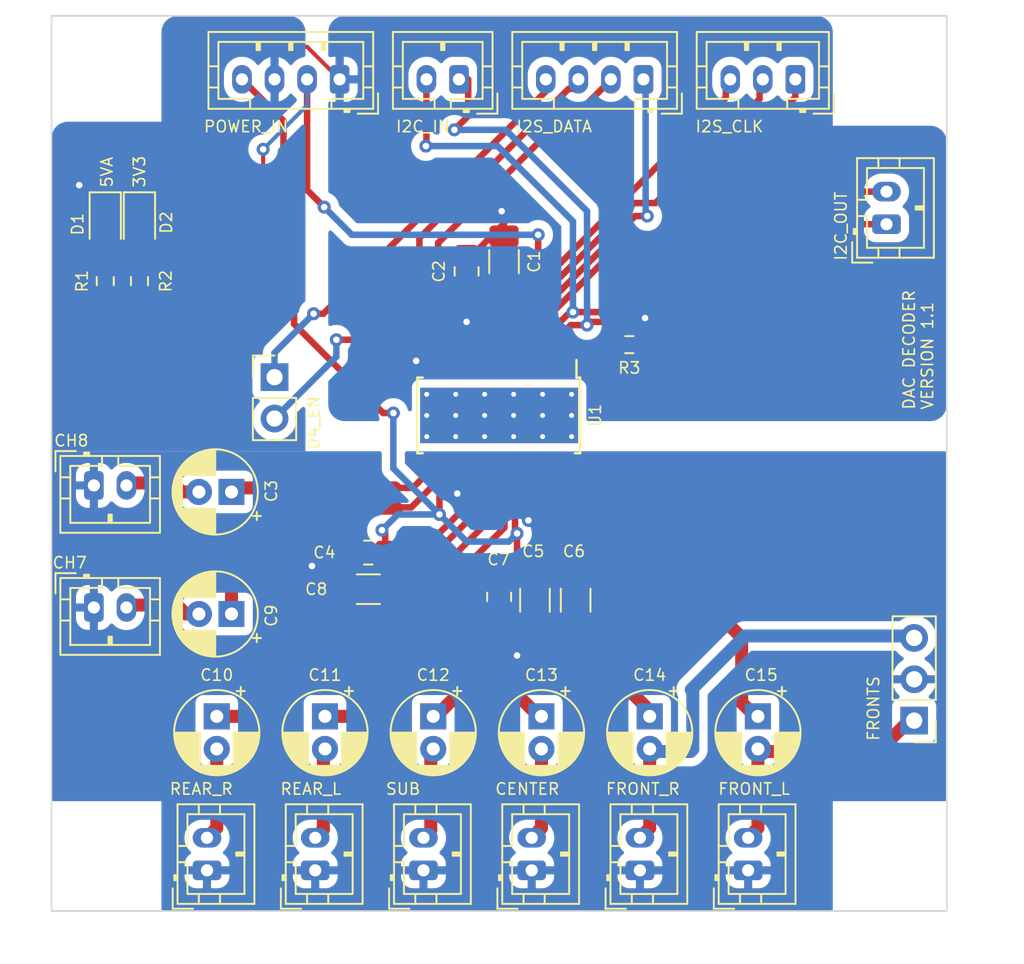
<source format=kicad_pcb>
(kicad_pcb (version 20221018) (generator pcbnew)
  (layers (0 "F.Cu" signal) (31 "B.Cu" signal) (34 "B.Paste" user) (35 "F.Paste" user) (36 "B.SilkS" user "B.Silkscreen") (37 "F.SilkS" user "F.Silkscreen") (38 "B.Mask" user) (39 "F.Mask" user) (44 "Edge.Cuts" user))
  (net 0 "")
  (net 1 "3V3")
  (net 2 "SDA")
  (net 3 "PCMCLK")
  (net 4 "BCLK")
  (net 5 "WCLK")
  (net 6 "I2S_D1")
  (net 7 "I2S_D2")
  (net 8 "I2S_D3")
  (net 9 "5VA")
  (net 10 "GND")
  (net 11 "AGND")
  (net 12 "ADDR")
  (net 13 "ZERO1")
  (net 14 "SCL")
  (net 15 "ZERO2")
  (net 16 "PAD")
  (net 17 "VOUT1")
  (net 18 "LEFT_FRONT")
  (net 19 "VOUT2")
  (net 20 "RIGHT_FRONT")
  (net 21 "VOUT3")
  (net 22 "LEFT_REAR")
  (net 23 "VOUT4")
  (net 24 "RIGHT_REAR")
  (net 25 "VOUT6")
  (net 26 "VOUT5")
  (net 27 "CENTER")
  (net 28 "SUBW")
  (net 29 "VOUT7")
  (net 30 "VOUT8")
  (net 31 "Net-(U1-VCOM)")
  (net 32 "CH7")
  (net 33 "CH8")
  (net 34 "I2S_D4")
  (net 35 "Net-(D1-A)")
  (net 36 "Net-(D2-A)")
  (net 37 "I2S_D4_IN")
  (footprint "LED_SMD:LED_0805_2012Metric_Pad1.15x1.40mm_HandSolder" (layer "F.Cu") (at 162.2 56.2 -90)
    (fp_text reference "D2" (at 0 -1.65 -270 unlocked) (layer "F.SilkS") (effects (font (size 0.7 0.7) (thickness 0.1))))
    (fp_text value "YELLOW")
    (pad "1" smd roundrect (at -1.025 0 270) (size 1.15 1.4) (layers "F.Cu" "F.Paste" "F.Mask") (roundrect_rratio 0.2173913043) (net 10 "GND"))
    (pad "2" smd roundrect (at 1.025 0 270) (size 1.15 1.4) (layers "F.Cu" "F.Paste" "F.Mask") (roundrect_rratio 0.2173913043) (net 36 "Net-(D2-A)"))
  )
  (footprint "Connector_JST:JST_PH_B2B-PH-K_1x02_P2.00mm_Vertical" (layer "F.Cu") (at 192.95 96 90)
    (fp_text reference "J14" hide)
    (fp_text value "Conn_01x02_Male")
    (pad "1" thru_hole roundrect (at 0 0 90) (size 1.2 1.75) (drill 0.75) (layers "*.Cu" "*.Mask") (roundrect_rratio 0.2083333333) (net 11 "AGND"))
    (pad "2" thru_hole oval (at 2 0 90) (size 1.2 1.75) (drill 0.75) (layers "*.Cu" "*.Mask") (net 20 "RIGHT_FRONT"))
  )
  (footprint "LED_SMD:LED_0805_2012Metric_Pad1.15x1.40mm_HandSolder" (layer "F.Cu") (at 160.1 56.2 -90)
    (fp_text reference "D1" (at 0.1 1.7 -270 unlocked) (layer "F.SilkS") (effects (font (size 0.7 0.7) (thickness 0.1))))
    (fp_text value "YELLOW")
    (pad "1" smd roundrect (at -1.025 0 270) (size 1.15 1.4) (layers "F.Cu" "F.Paste" "F.Mask") (roundrect_rratio 0.2173913043) (net 11 "AGND"))
    (pad "2" smd roundrect (at 1.025 0 270) (size 1.15 1.4) (layers "F.Cu" "F.Paste" "F.Mask") (roundrect_rratio 0.2173913043) (net 35 "Net-(D1-A)"))
  )
  (footprint "Capacitor_SMD:C_0805_2012Metric_Pad1.18x1.45mm_HandSolder" (layer "F.Cu") (at 176.2625 76.475 180)
    (fp_text reference "C4" (at 2.7 0 unlocked) (layer "F.SilkS") (effects (font (size 0.7 0.7) (thickness 0.1))))
    (fp_text value "100N")
    (pad "1" smd roundrect (at -1.0375 0 180) (size 1.175 1.45) (layers "F.Cu" "F.Paste" "F.Mask") (roundrect_rratio 0.2127659574) (net 9 "5VA"))
    (pad "2" smd roundrect (at 1.0375 0 180) (size 1.175 1.45) (layers "F.Cu" "F.Paste" "F.Mask") (roundrect_rratio 0.2127659574) (net 11 "AGND"))
  )
  (footprint "Capacitor_SMD:C_1206_3216Metric_Pad1.33x1.80mm_HandSolder" (layer "F.Cu") (at 176.2625 78.725 180)
    (fp_text reference "C8" (at 3.2 0 unlocked) (layer "F.SilkS") (effects (font (size 0.7 0.7) (thickness 0.1))))
    (fp_text value "10U")
    (pad "1" smd roundrect (at -1.5625 0 180) (size 1.325 1.8) (layers "F.Cu" "F.Paste" "F.Mask") (roundrect_rratio 0.1886792453) (net 9 "5VA"))
    (pad "2" smd roundrect (at 1.5625 0 180) (size 1.325 1.8) (layers "F.Cu" "F.Paste" "F.Mask") (roundrect_rratio 0.1886792453) (net 11 "AGND"))
  )
  (footprint "Connector_JST:JST_PH_B2B-PH-K_1x02_P2.00mm_Vertical" (layer "F.Cu") (at 208.1 56.3 90)
    (fp_text reference "J5" hide)
    (fp_text value "Conn_01x02_Male")
    (pad "1" thru_hole roundrect (at 0 0 90) (size 1.2 1.75) (drill 0.75) (layers "*.Cu" "*.Mask") (roundrect_rratio 0.2083333333) (net 14 "SCL"))
    (pad "2" thru_hole oval (at 2 0 90) (size 1.2 1.75) (drill 0.75) (layers "*.Cu" "*.Mask") (net 2 "SDA"))
  )
  (footprint "Connector_JST:JST_PH_B2B-PH-K_1x02_P2.00mm_Vertical" (layer "F.Cu") (at 159.4 79.85)
    (fp_text reference "J8" hide)
    (fp_text value "Conn_01x02_Male")
    (pad "1" thru_hole roundrect (at 0 0) (size 1.2 1.75) (drill 0.75) (layers "*.Cu" "*.Mask") (roundrect_rratio 0.2083333333) (net 11 "AGND"))
    (pad "2" thru_hole oval (at 2 0) (size 1.2 1.75) (drill 0.75) (layers "*.Cu" "*.Mask") (net 32 "CH7"))
  )
  (footprint "Connector_JST:JST_PH_B4B-PH-K_1x04_P2.00mm_Vertical" (layer "F.Cu") (at 193.166666 47.4 180)
    (fp_text reference "J3" hide)
    (fp_text value "Conn_01x04_Male")
    (pad "1" thru_hole roundrect (at 0 0 180) (size 1.2 1.75) (drill 0.75) (layers "*.Cu" "*.Mask") (roundrect_rratio 0.2083333333) (net 6 "I2S_D1"))
    (pad "2" thru_hole oval (at 2 0 180) (size 1.2 1.75) (drill 0.75) (layers "*.Cu" "*.Mask") (net 7 "I2S_D2"))
    (pad "3" thru_hole oval (at 4 0 180) (size 1.2 1.75) (drill 0.75) (layers "*.Cu" "*.Mask") (net 8 "I2S_D3"))
    (pad "4" thru_hole oval (at 6 0 180) (size 1.2 1.75) (drill 0.75) (layers "*.Cu" "*.Mask") (net 37 "I2S_D4_IN"))
  )
  (footprint "Resistor_SMD:R_0603_1608Metric_Pad0.98x0.95mm_HandSolder" (layer "F.Cu") (at 192.3 63.7 180)
    (fp_text reference "R3" (at 0 -1.43 unlocked) (layer "F.SilkS") (effects (font (size 0.7 0.7) (thickness 0.1))))
    (fp_text value "4.7K")
    (pad "1" smd roundrect (at -0.9125 0 180) (size 0.975 0.95) (layers "F.Cu" "F.Paste" "F.Mask") (net 10 "GND"))
    (pad "2" smd roundrect (at 0.9125 0 180) (size 0.975 0.95) (layers "F.Cu" "F.Paste" "F.Mask") (net 12 "ADDR"))
  )
  (footprint "Connector_JST:JST_PH_B2B-PH-K_1x02_P2.00mm_Vertical" (layer "F.Cu") (at 159.4 72.35)
    (fp_text reference "J7" hide)
    (fp_text value "Conn_01x02_Male")
    (pad "1" thru_hole roundrect (at 0 0) (size 1.2 1.75) (drill 0.75) (layers "*.Cu" "*.Mask") (roundrect_rratio 0.2083333333) (net 11 "AGND"))
    (pad "2" thru_hole oval (at 2 0) (size 1.2 1.75) (drill 0.75) (layers "*.Cu" "*.Mask") (net 33 "CH8"))
  )
  (footprint "Capacitor_THT:CP_Radial_D5.0mm_P2.00mm" (layer "F.Cu") (at 186.9 86.539888 -90)
    (fp_text reference "C13" (at -2.539888 0 unlocked) (layer "F.SilkS") (effects (font (size 0.7 0.7) (thickness 0.1))))
    (fp_text value "10U")
    (pad "1" thru_hole rect (at 0 0 270) (size 1.6 1.6) (drill 0.8) (layers "*.Cu" "*.Mask") (net 21 "VOUT3"))
    (pad "2" thru_hole circle (at 2 0 270) (size 1.6 1.6) (drill 0.8) (layers "*.Cu" "*.Mask") (net 22 "LEFT_REAR"))
  )
  (footprint "Connector_JST:JST_PH_B2B-PH-K_1x02_P2.00mm_Vertical" (layer "F.Cu") (at 199.6 96 90)
    (fp_text reference "J15" hide)
    (fp_text value "Conn_01x02_Male")
    (pad "1" thru_hole roundrect (at 0 0 90) (size 1.2 1.75) (drill 0.75) (layers "*.Cu" "*.Mask") (roundrect_rratio 0.2083333333) (net 11 "AGND"))
    (pad "2" thru_hole oval (at 2 0 90) (size 1.2 1.75) (drill 0.75) (layers "*.Cu" "*.Mask") (net 18 "LEFT_FRONT"))
  )
  (footprint "Capacitor_SMD:C_0805_2012Metric_Pad1.18x1.45mm_HandSolder" (layer "F.Cu") (at 184.3 79.2 -90)
    (fp_text reference "C7" (at -2.3 0.0375 unlocked) (layer "F.SilkS") (effects (font (size 0.7 0.7) (thickness 0.1))))
    (fp_text value "100N")
    (pad "1" smd roundrect (at -1.0375 0 270) (size 1.175 1.45) (layers "F.Cu" "F.Paste" "F.Mask") (roundrect_rratio 0.2127659574) (net 9 "5VA"))
    (pad "2" smd roundrect (at 1.0375 0 270) (size 1.175 1.45) (layers "F.Cu" "F.Paste" "F.Mask") (roundrect_rratio 0.2127659574) (net 11 "AGND"))
  )
  (footprint "Capacitor_THT:CP_Radial_D5.0mm_P2.00mm" (layer "F.Cu") (at 173.6 86.539888 -90)
    (fp_text reference "C11" (at -2.539888 0 unlocked) (layer "F.SilkS") (effects (font (size 0.7 0.7) (thickness 0.1))))
    (fp_text value "10U")
    (pad "1" thru_hole rect (at 0 0 270) (size 1.6 1.6) (drill 0.8) (layers "*.Cu" "*.Mask") (net 26 "VOUT5"))
    (pad "2" thru_hole circle (at 2 0 270) (size 1.6 1.6) (drill 0.8) (layers "*.Cu" "*.Mask") (net 27 "CENTER"))
  )
  (footprint "Connector_JST:JST_PH_B2B-PH-K_1x02_P2.00mm_Vertical" (layer "F.Cu") (at 173 96 90)
    (fp_text reference "J11" hide)
    (fp_text value "Conn_01x02_Male")
    (pad "1" thru_hole roundrect (at 0 0 90) (size 1.2 1.75) (drill 0.75) (layers "*.Cu" "*.Mask") (roundrect_rratio 0.2083333333) (net 11 "AGND"))
    (pad "2" thru_hole oval (at 2 0 90) (size 1.2 1.75) (drill 0.75) (layers "*.Cu" "*.Mask") (net 27 "CENTER"))
  )
  (footprint "Package_SO:HTSSOP-28-1EP_4.4x9.7mm_P0.65mm_EP3.4x9.5mm_Mask2.4x6.17mm_ThermalVias" (layer "F.Cu") (at 184.3 68.05 -90)
    (fp_text reference "U1" (at 0 -5.9 90 unlocked) (layer "F.SilkS") (effects (font (size 0.7 0.7) (thickness 0.1))))
    (fp_text value "PCM1681")
    (pad "1" smd rect (at -2.85 -4.225 270) (size 1.1 0.4) (layers "F.Cu" "F.Paste" "F.Mask") (net 13 "ZERO1"))
    (pad "2" smd rect (at -2.85 -3.575 270) (size 1.1 0.4) (layers "F.Cu" "F.Paste" "F.Mask") (net 12 "ADDR"))
    (pad "3" smd rect (at -2.85 -2.925 270) (size 1.1 0.4) (layers "F.Cu" "F.Paste" "F.Mask") (net 14 "SCL"))
    (pad "4" smd rect (at -2.85 -2.275 270) (size 1.1 0.4) (layers "F.Cu" "F.Paste" "F.Mask") (net 2 "SDA"))
    (pad "5" smd rect (at -2.85 -1.625 270) (size 1.1 0.4) (layers "F.Cu" "F.Paste" "F.Mask") (net 3 "PCMCLK"))
    (pad "6" smd rect (at -2.85 -0.975 270) (size 1.1 0.4) (layers "F.Cu" "F.Paste" "F.Mask") (net 6 "I2S_D1"))
    (pad "7" smd rect (at -2.85 -0.325 270) (size 1.1 0.4) (layers "F.Cu" "F.Paste" "F.Mask") (net 4 "BCLK"))
    (pad "8" smd rect (at -2.85 0.325 270) (size 1.1 0.4) (layers "F.Cu" "F.Paste" "F.Mask") (net 5 "WCLK"))
    (pad "9" smd rect (at -2.85 0.975 270) (size 1.1 0.4) (layers "F.Cu" "F.Paste" "F.Mask") (net 1 "3V3"))
    (pad "10" smd rect (at -2.85 1.625 270) (size 1.1 0.4) (layers "F.Cu" "F.Paste" "F.Mask") (net 10 "GND"))
    (pad "11" smd rect (at -2.85 2.275 270) (size 1.1 0.4) (layers "F.Cu" "F.Paste" "F.Mask") (net 7 "I2S_D2"))
    (pad "12" smd rect (at -2.85 2.925 270) (size 1.1 0.4) (layers "F.Cu" "F.Paste" "F.Mask") (net 8 "I2S_D3"))
    (pad "13" smd rect (at -2.85 3.575 270) (size 1.1 0.4) (layers "F.Cu" "F.Paste" "F.Mask") (net 34 "I2S_D4"))
    (pad "14" smd rect (at -2.85 4.225 270) (size 1.1 0.4) (layers "F.Cu" "F.Paste" "F.Mask") (net 10 "GND"))
    (pad "15" smd rect (at 2.85 4.225 270) (size 1.1 0.4) (layers "F.Cu" "F.Paste" "F.Mask") (net 30 "VOUT8"))
    (pad "16" smd rect (at 2.85 3.575 270) (size 1.1 0.4) (layers "F.Cu" "F.Paste" "F.Mask") (net 29 "VOUT7"))
    (pad "17" smd rect (at 2.85 2.925 270) (size 1.1 0.4) (layers "F.Cu" "F.Paste" "F.Mask") (net 9 "5VA"))
    (pad "18" smd rect (at 2.85 2.275 270) (size 1.1 0.4) (layers "F.Cu" "F.Paste" "F.Mask") (net 11 "AGND"))
    (pad "19" smd rect (at 2.85 1.625 270) (size 1.1 0.4) (layers "F.Cu" "F.Paste" "F.Mask") (net 25 "VOUT6"))
    (pad "20" smd rect (at 2.85 0.975 270) (size 1.1 0.4) (layers "F.Cu" "F.Paste" "F.Mask") (net 26 "VOUT5"))
    (pad "21" smd rect (at 2.85 0.325 270) (size 1.1 0.4) (layers "F.Cu" "F.Paste" "F.Mask") (net 23 "VOUT4"))
    (pad "22" smd rect (at 2.85 -0.325 270) (size 1.1 0.4) (layers "F.Cu" "F.Paste" "F.Mask") (net 21 "VOUT3"))
    (pad "23" smd rect (at 2.85 -0.975 270) (size 1.1 0.4) (layers "F.Cu" "F.Paste" "F.Mask") (net 9 "5VA"))
    (pad "24" smd rect (at 2.85 -1.625 270) (size 1.1 0.4) (layers "F.Cu" "F.Paste" "F.Mask") (net 11 "AGND"))
    (pad "25" smd rect (at 2.85 -2.275 270) (size 1.1 0.4) (layers "F.Cu" "F.Paste" "F.Mask") (net 31 "Net-(U1-VCOM)"))
    (pad "26" smd rect (at 2.85 -2.925 270) (size 1.1 0.4) (layers "F.Cu" "F.Paste" "F.Mask") (net 19 "VOUT2"))
    (pad "27" smd rect (at 2.85 -3.575 270) (size 1.1 0.4) (layers "F.Cu" "F.Paste" "F.Mask") (net 17 "VOUT1"))
    (pad "28" smd rect (at 2.85 -4.225 270) (size 1.1 0.4) (layers "F.Cu" "F.Paste" "F.Mask") (net 15 "ZERO2"))
    (pad "29" thru_hole circle (at -1.3 -4.45 270) (size 0.6 0.6) (drill 0.3) (layers "*.Cu") (net 16 "PAD"))
    (pad "29" thru_hole circle (at -1.3 -2.67 270) (size 0.6 0.6) (drill 0.3) (layers "*.Cu") (net 16 "PAD"))
    (pad "29" thru_hole circle (at -1.3 -0.89 270) (size 0.6 0.6) (drill 0.3) (layers "*.Cu") (net 16 "PAD"))
    (pad "29" thru_hole circle (at -1.3 0.89 270) (size 0.6 0.6) (drill 0.3) (layers "*.Cu") (net 16 "PAD"))
    (pad "29" thru_hole circle (at -1.3 2.67 270) (size 0.6 0.6) (drill 0.3) (layers "*.Cu") (net 16 "PAD"))
    (pad "29" thru_hole circle (at -1.3 4.45 270) (size 0.6 0.6) (drill 0.3) (layers "*.Cu") (net 16 "PAD"))
    (pad "29" thru_hole circle (at 0 -4.45 270) (size 0.6 0.6) (drill 0.3) (layers "*.Cu") (net 16 "PAD"))
    (pad "29" thru_hole circle (at 0 -2.67 270) (size 0.6 0.6) (drill 0.3) (layers "*.Cu") (net 16 "PAD"))
    (pad "29" thru_hole circle (at 0 -0.89 270) (size 0.6 0.6) (drill 0.3) (layers "*.Cu") (net 16 "PAD"))
    (pad "29" smd rect (at 0 0 270) (size 3.4 9.7) (layers "F.Cu") (net 16 "PAD"))
    (pad "29" smd rect (at 0 0 270) (size 3.4 9.7) (layers "B.Cu") (net 16 "PAD"))
    (pad "29" thru_hole circle (at 0 0.89 270) (size 0.6 0.6) (drill 0.3) (layers "*.Cu") (net 16 "PAD"))
    (pad "29" thru_hole circle (at 0 2.67 270) (size 0.6 0.6) (drill 0.3) (layers "*.Cu") (net 16 "PAD"))
    (pad "29" thru_hole circle (at 0 4.45 270) (size 0.6 0.6) (drill 0.3) (layers "*.Cu") (net 16 "PAD"))
    (pad "29" thru_hole circle (at 1.3 -4.45 270) (size 0.6 0.6) (drill 0.3) (layers "*.Cu") (net 16 "PAD"))
    (pad "29" thru_hole circle (at 1.3 -2.67 270) (size 0.6 0.6) (drill 0.3) (layers "*.Cu") (net 16 "PAD"))
    (pad "29" thru_hole circle (at 1.3 -0.89 270) (size 0.6 0.6) (drill 0.3) (layers "*.Cu") (net 16 "PAD"))
    (pad "29" thru_hole circle (at 1.3 0.89 270) (size 0.6 0.6) (drill 0.3) (layers "*.Cu") (net 16 "PAD"))
    (pad "29" thru_hole circle (at 1.3 2.67 270) (size 0.6 0.6) (drill 0.3) (layers "*.Cu") (net 16 "PAD"))
    (pad "29" thru_hole circle (at 1.3 4.45 270) (size 0.6 0.6) (drill 0.3) (layers "*.Cu") (net 16 "PAD"))
  )
  (footprint "Capacitor_SMD:C_1206_3216Metric_Pad1.33x1.80mm_HandSolder" (layer "F.Cu") (at 189 79.4 90)
    (fp_text reference "C6" (at 3 -0.1 unlocked) (layer "F.SilkS") (effects (font (size 0.7 0.7) (thickness 0.1))))
    (fp_text value "10U")
    (pad "1" smd roundrect (at -1.5625 0 90) (size 1.325 1.8) (layers "F.Cu" "F.Paste" "F.Mask") (roundrect_rratio 0.1886792453) (net 11 "AGND"))
    (pad "2" smd roundrect (at 1.5625 0 90) (size 1.325 1.8) (layers "F.Cu" "F.Paste" "F.Mask") (roundrect_rratio 0.1886792453) (net 31 "Net-(U1-VCOM)"))
  )
  (footprint "Capacitor_THT:CP_Radial_D5.0mm_P2.00mm" (layer "F.Cu") (at 166.95 86.539888 -90)
    (fp_text reference "C10" (at -2.539888 0 unlocked) (layer "F.SilkS") (effects (font (size 0.7 0.7) (thickness 0.1))))
    (fp_text value "10U")
    (pad "1" thru_hole rect (at 0 0 270) (size 1.6 1.6) (drill 0.8) (layers "*.Cu" "*.Mask") (net 25 "VOUT6"))
    (pad "2" thru_hole circle (at 2 0 270) (size 1.6 1.6) (drill 0.8) (layers "*.Cu" "*.Mask") (net 28 "SUBW"))
  )
  (footprint "Capacitor_SMD:C_0805_2012Metric_Pad1.18x1.45mm_HandSolder" (layer "F.Cu") (at 182.3 59.2 -90)
    (fp_text reference "C2" (at 0 1.7 90 unlocked) (layer "F.SilkS") (effects (font (size 0.7 0.7) (thickness 0.1))))
    (fp_text value "100N")
    (pad "1" smd roundrect (at -1.0375 0 270) (size 1.175 1.45) (layers "F.Cu" "F.Paste" "F.Mask") (roundrect_rratio 0.2127659574) (net 10 "GND"))
    (pad "2" smd roundrect (at 1.0375 0 270) (size 1.175 1.45) (layers "F.Cu" "F.Paste" "F.Mask") (roundrect_rratio 0.2127659574) (net 1 "3V3"))
  )
  (footprint "Connector_JST:JST_PH_B4B-PH-K_1x04_P2.00mm_Vertical" (layer "F.Cu") (at 174.5 47.4 180)
    (fp_text reference "J1" hide)
    (fp_text value "Conn_01x04_Male")
    (pad "1" thru_hole roundrect (at 0 0 180) (size 1.2 1.75) (drill 0.75) (layers "*.Cu" "*.Mask") (roundrect_rratio 0.2083333333) (net 10 "GND"))
    (pad "2" thru_hole oval (at 2 0 180) (size 1.2 1.75) (drill 0.75) (layers "*.Cu" "*.Mask") (net 1 "3V3"))
    (pad "3" thru_hole oval (at 4 0 180) (size 1.2 1.75) (drill 0.75) (layers "*.Cu" "*.Mask") (net 11 "AGND"))
    (pad "4" thru_hole oval (at 6 0 180) (size 1.2 1.75) (drill 0.75) (layers "*.Cu" "*.Mask") (net 9 "5VA"))
  )
  (footprint "Capacitor_THT:CP_Radial_D5.0mm_P2.00mm" (layer "F.Cu") (at 200.2 86.539888 -90)
    (fp_text reference "C15" (at -2.539888 -0.2 unlocked) (layer "F.SilkS") (effects (font (size 0.7 0.7) (thickness 0.1))))
    (fp_text value "10U")
    (pad "1" thru_hole rect (at 0 0 270) (size 1.6 1.6) (drill 0.8) (layers "*.Cu" "*.Mask") (net 17 "VOUT1"))
    (pad "2" thru_hole circle (at 2 0 270) (size 1.6 1.6) (drill 0.8) (layers "*.Cu" "*.Mask") (net 18 "LEFT_FRONT"))
  )
  (footprint "Connector_PinHeader_2.54mm:PinHeader_1x03_P2.54mm_Vertical" (layer "F.Cu") (at 209.8 86.8 180)
    (fp_text reference "J9" hide)
    (fp_text value "Conn_01x03_Male")
    (pad "1" thru_hole rect (at 0 0 180) (size 1.7 1.7) (drill 1) (layers "*.Cu" "*.Mask") (net 18 "LEFT_FRONT"))
    (pad "2" thru_hole oval (at 0 2.54 180) (size 1.7 1.7) (drill 1) (layers "*.Cu" "*.Mask") (net 11 "AGND"))
    (pad "3" thru_hole oval (at 0 5.08 180) (size 1.7 1.7) (drill 1) (layers "*.Cu" "*.Mask") (net 20 "RIGHT_FRONT"))
  )
  (footprint "Connector_JST:JST_PH_B2B-PH-K_1x02_P2.00mm_Vertical" (layer "F.Cu") (at 179.65 96 90)
    (fp_text reference "J12" hide)
    (fp_text value "Conn_01x02_Male")
    (pad "1" thru_hole roundrect (at 0 0 90) (size 1.2 1.75) (drill 0.75) (layers "*.Cu" "*.Mask") (roundrect_rratio 0.2083333333) (net 11 "AGND"))
    (pad "2" thru_hole oval (at 2 0 90) (size 1.2 1.75) (drill 0.75) (layers "*.Cu" "*.Mask") (net 24 "RIGHT_REAR"))
  )
  (footprint "Capacitor_SMD:C_1206_3216Metric_Pad1.33x1.80mm_HandSolder" (layer "F.Cu") (at 186.5 79.4 -90)
    (fp_text reference "C5" (at -3 0.1 unlocked) (layer "F.SilkS") (effects (font (size 0.7 0.7) (thickness 0.1))))
    (fp_text value "10U")
    (pad "1" smd roundrect (at -1.5625 0 270) (size 1.325 1.8) (layers "F.Cu" "F.Paste" "F.Mask") (roundrect_rratio 0.1886792453) (net 9 "5VA"))
    (pad "2" smd roundrect (at 1.5625 0 270) (size 1.325 1.8) (layers "F.Cu" "F.Paste" "F.Mask") (roundrect_rratio 0.1886792453) (net 11 "AGND"))
  )
  (footprint "MountingHole:MountingHole_3.2mm_M3" (layer "F.Cu") (at 209.3 96)
    (fp_text reference "H4" hide)
    (fp_text value "MountingHole")
    (pad "" np_thru_hole circle (at 0 0) (size 3.2 3.2) (drill 3.2) (layers "*.Cu" "*.Mask"))
  )
  (footprint "Capacitor_THT:CP_Radial_D5.0mm_P2.00mm" (layer "F.Cu") (at 167.855113 72.75 180)
    (fp_text reference "C3" (at -2.444887 0.05 90 unlocked) (layer "F.SilkS") (effects (font (size 0.7 0.7) (thickness 0.1))))
    (fp_text value "10U")
    (pad "1" thru_hole rect (at 0 0 180) (size 1.6 1.6) (drill 0.8) (layers "*.Cu" "*.Mask") (net 30 "VOUT8"))
    (pad "2" thru_hole circle (at 2 0 180) (size 1.6 1.6) (drill 0.8) (layers "*.Cu" "*.Mask") (net 33 "CH8"))
  )
  (footprint "Capacitor_THT:CP_Radial_D5.0mm_P2.00mm" (layer "F.Cu") (at 167.855113 80.25 180)
    (fp_text reference "C9" (at -2.444887 -0.1 90 unlocked) (layer "F.SilkS") (effects (font (size 0.7 0.7) (thickness 0.1))))
    (fp_text value "10U")
    (pad "1" thru_hole rect (at 0 0 180) (size 1.6 1.6) (drill 0.8) (layers "*.Cu" "*.Mask") (net 29 "VOUT7"))
    (pad "2" thru_hole circle (at 2 0 180) (size 1.6 1.6) (drill 0.8) (layers "*.Cu" "*.Mask") (net 32 "CH7"))
  )
  (footprint "Connector_JST:JST_PH_B3B-PH-K_1x03_P2.00mm_Vertical" (layer "F.Cu") (at 202.5 47.4 180)
    (fp_text reference "J4" hide)
    (fp_text value "Conn_01x03_Male")
    (pad "1" thru_hole roundrect (at 0 0 180) (size 1.2 1.75) (drill 0.75) (layers "*.Cu" "*.Mask") (roundrect_rratio 0.2083333333) (net 3 "PCMCLK"))
    (pad "2" thru_hole oval (at 2 0 180) (size 1.2 1.75) (drill 0.75) (layers "*.Cu" "*.Mask") (net 4 "BCLK"))
    (pad "3" thru_hole oval (at 4 0 180) (size 1.2 1.75) (drill 0.75) (layers "*.Cu" "*.Mask") (net 5 "WCLK"))
  )
  (footprint "Capacitor_THT:CP_Radial_D5.0mm_P2.00mm" (layer "F.Cu") (at 193.55 86.539888 -90)
    (fp_text reference "C14" (at -2.539888 0 unlocked) (layer "F.SilkS") (effects (font (size 0.7 0.7) (thickness 0.1))))
    (fp_text value "10U")
    (pad "1" thru_hole rect (at 0 0 270) (size 1.6 1.6) (drill 0.8) (layers "*.Cu" "*.Mask") (net 19 "VOUT2"))
    (pad "2" thru_hole circle (at 2 0 270) (size 1.6 1.6) (drill 0.8) (layers "*.Cu" "*.Mask") (net 20 "RIGHT_FRONT"))
  )
  (footprint "Resistor_SMD:R_0603_1608Metric_Pad0.98x0.95mm_HandSolder" (layer "F.Cu") (at 162.2 59.8 90)
    (fp_text reference "R2" (at 0 1.61838 90 unlocked) (layer "F.SilkS") (effects (font (size 0.7 0.7) (thickness 0.1))))
    (fp_text value "430R")
    (pad "1" smd roundrect (at -0.9125 0 90) (size 0.975 0.95) (layers "F.Cu" "F.Paste" "F.Mask") (net 1 "3V3"))
    (pad "2" smd roundrect (at 0.9125 0 90) (size 0.975 0.95) (layers "F.Cu" "F.Paste" "F.Mask") (net 36 "Net-(D2-A)"))
  )
  (footprint "MountingHole:MountingHole_3.2mm_M3" (layer "F.Cu") (at 159.3 46)
    (fp_text reference "H1" hide)
    (fp_text value "MountingHole")
    (pad "" np_thru_hole circle (at 0 0) (size 3.2 3.2) (drill 3.2) (layers "*.Cu" "*.Mask"))
  )
  (footprint "Connector_JST:JST_PH_B2B-PH-K_1x02_P2.00mm_Vertical" (layer "F.Cu") (at 181.833333 47.4 180)
    (fp_text reference "J2" hide)
    (fp_text value "Conn_01x02_Male")
    (pad "1" thru_hole roundrect (at 0 0 180) (size 1.2 1.75) (drill 0.75) (layers "*.Cu" "*.Mask") (roundrect_rratio 0.2083333333) (net 14 "SCL"))
    (pad "2" thru_hole oval (at 2 0 180) (size 1.2 1.75) (drill 0.75) (layers "*.Cu" "*.Mask") (net 2 "SDA"))
  )
  (footprint "Connector_JST:JST_PH_B2B-PH-K_1x02_P2.00mm_Vertical" (layer "F.Cu") (at 186.3 96 90)
    (fp_text reference "J13" hide)
    (fp_text value "Conn_01x02_Male")
    (pad "1" thru_hole roundrect (at 0 0 90) (size 1.2 1.75) (drill 0.75) (layers "*.Cu" "*.Mask") (roundrect_rratio 0.2083333333) (net 11 "AGND"))
    (pad "2" thru_hole oval (at 2 0 90) (size 1.2 1.75) (drill 0.75) (layers "*.Cu" "*.Mask") (net 22 "LEFT_REAR"))
  )
  (footprint "Capacitor_THT:CP_Radial_D5.0mm_P2.00mm" (layer "F.Cu") (at 180.25 86.539888 -90)
    (fp_text reference "C12" (at -2.539888 0 unlocked) (layer "F.SilkS") (effects (font (size 0.7 0.7) (thickness 0.1))))
    (fp_text value "10U")
    (pad "1" thru_hole rect (at 0 0 270) (size 1.6 1.6) (drill 0.8) (layers "*.Cu" "*.Mask") (net 23 "VOUT4"))
    (pad "2" thru_hole circle (at 2 0 270) (size 1.6 1.6) (drill 0.8) (layers "*.Cu" "*.Mask") (net 24 "RIGHT_REAR"))
  )
  (footprint "Resistor_SMD:R_0603_1608Metric_Pad0.98x0.95mm_HandSolder" (layer "F.Cu") (at 160.1 59.8 90)
    (fp_text reference "R1" (at 0 -1.43 90 unlocked) (layer "F.SilkS") (effects (font (size 0.7 0.7) (thickness 0.1))))
    (fp_text value "1K")
    (pad "1" smd roundrect (at -0.9125 0 90) (size 0.975 0.95) (layers "F.Cu" "F.Paste" "F.Mask") (net 9 "5VA"))
    (pad "2" smd roundrect (at 0.9125 0 90) (size 0.975 0.95) (layers "F.Cu" "F.Paste" "F.Mask") (net 35 "Net-(D1-A)"))
  )
  (footprint "Capacitor_SMD:C_1206_3216Metric_Pad1.33x1.80mm_HandSolder" (layer "F.Cu") (at 184.6 58.6 -90)
    (fp_text reference "C1" (at 0 -1.85 90 unlocked) (layer "F.SilkS") (effects (font (size 0.7 0.7) (thickness 0.1))))
    (fp_text value "10U")
    (pad "1" smd roundrect (at -1.5625 0 270) (size 1.325 1.8) (layers "F.Cu" "F.Paste" "F.Mask") (roundrect_rratio 0.1886792453) (net 10 "GND"))
    (pad "2" smd roundrect (at 1.5625 0 270) (size 1.325 1.8) (layers "F.Cu" "F.Paste" "F.Mask") (roundrect_rratio 0.1886792453) (net 1 "3V3"))
  )
  (footprint "MountingHole:MountingHole_3.2mm_M3" (layer "F.Cu") (at 159.3 96)
    (fp_text reference "H3" hide)
    (fp_text value "MountingHole")
    (pad "" np_thru_hole circle (at 0 0) (size 3.2 3.2) (drill 3.2) (layers "*.Cu" "*.Mask"))
  )
  (footprint "Connector_PinHeader_2.54mm:PinHeader_1x02_P2.54mm_Vertical" (layer "F.Cu") (at 170.5 65.7)
    (fp_text reference "J6" hide)
    (fp_text value "Conn_01x02_Male")
    (pad "1" thru_hole rect (at 0 0) (size 1.7 1.7) (drill 1) (layers "*.Cu" "*.Mask") (net 37 "I2S_D4_IN"))
    (pad "2" thru_hole oval (at 0 2.54) (size 1.7 1.7) (drill 1) (layers "*.Cu" "*.Mask") (net 34 "I2S_D4"))
  )
  (footprint "Connector_JST:JST_PH_B2B-PH-K_1x02_P2.00mm_Vertical" (layer "F.Cu") (at 166.35 96 90)
    (fp_text reference "J10" hide)
    (fp_text value "Conn_01x02_Male")
    (pad "1" thru_hole roundrect (at 0 0 90) (size 1.2 1.75) (drill 0.75) (layers "*.Cu" "*.Mask") (roundrect_rratio 0.2083333333) (net 11 "AGND"))
    (pad "2" thru_hole oval (at 2 0 90) (size 1.2 1.75) (drill 0.75) (layers "*.Cu" "*.Mask") (net 28 "SUBW"))
  )
  (footprint "MountingHole:MountingHole_3.2mm_M3" (layer "F.Cu") (at 209.3 46)
    (fp_text reference "H2" hide)
    (fp_text value "MountingHole")
    (pad "" np_thru_hole circle (at 0 0) (size 3.2 3.2) (drill 3.2) (layers "*.Cu" "*.Mask"))
  )
  (gr_line (start 156.8 98.5) (end 211.8 98.5) (stroke (width 0.1)) (layer "Edge.Cuts"))
  (gr_line (start 211.8 98.5) (end 211.8 43.5) (stroke (width 0.1)) (layer "Edge.Cuts"))
  (gr_line (start 211.8 43.5) (end 156.8 43.5) (stroke (width 0.1)) (layer "Edge.Cuts"))
  (gr_line (start 156.8 43.5) (end 156.8 98.5) (stroke (width 0.1)) (layer "Edge.Cuts"))
  (gr_text "REAR_R" (at 164 91) (layer "F.SilkS") (effects (font (size 0.7 0.7) (thickness 0.1)) (justify left)))
  (gr_text "5VA" (at 160.2 54.1 90) (layer "F.SilkS") (effects (font (size 0.7 0.7) (thickness 0.1)) (justify left)))
  (gr_text "CH8" (at 156.9 69.6) (layer "F.SilkS") (effects (font (size 0.7 0.7) (thickness 0.1)) (justify left)))
  (gr_text "DAC DECODER\nVERSION 1.1" (at 210.05 67.75 90) (layer "F.SilkS") (effects (font (size 0.7 0.7) (thickness 0.1)) (justify left)))
  (gr_text "3V3" (at 162.2 54.1 90) (layer "F.SilkS") (effects (font (size 0.7 0.7) (thickness 0.1)) (justify left)))
  (gr_text "FRONT_R" (at 190.8 91) (layer "F.SilkS") (effects (font (size 0.7 0.7) (thickness 0.1)) (justify left)))
  (gr_text "I2S_DATA" (at 185.3 50.3) (layer "F.SilkS") (effects (font (size 0.7 0.7) (thickness 0.1)) (justify left)))
  (gr_text "FRONTS" (at 207.3 88.1 90) (layer "F.SilkS") (effects (font (size 0.7 0.7) (thickness 0.1)) (justify left)))
  (gr_text "REAR_L" (at 170.8 91) (layer "F.SilkS") (effects (font (size 0.7 0.7) (thickness 0.1)) (justify left)))
  (gr_text "D4_EN" (at 172.9 70.2 90) (layer "F.SilkS") (effects (font (size 0.7 0.7) (thickness 0.1)) (justify left)))
  (gr_text "I2C_OUT" (at 205.3 58.6 90) (layer "F.SilkS") (effects (font (size 0.7 0.7) (thickness 0.1)) (justify left)))
  (gr_text "FRONT_L" (at 197.7 91) (layer "F.SilkS") (effects (font (size 0.7 0.7) (thickness 0.1)) (justify left)))
  (gr_text "CH7" (at 156.8 77.1) (layer "F.SilkS") (effects (font (size 0.7 0.7) (thickness 0.1)) (justify left)))
  (gr_text "CENTER" (at 184 91) (layer "F.SilkS") (effects (font (size 0.7 0.7) (thickness 0.1)) (justify left)))
  (gr_text "I2S_CLK" (at 196.3 50.3) (layer "F.SilkS") (effects (font (size 0.7 0.7) (thickness 0.1)) (justify left)))
  (gr_text "SUB" (at 177.283288 91) (layer "F.SilkS") (effects (font (size 0.7 0.7) (thickness 0.1)) (justify left)))
  (gr_text "POWER_IN" (at 166.1 50.3) (layer "F.SilkS") (effects (font (size 0.7 0.7) (thickness 0.1)) (justify left)))
  (gr_text "I2C_IN" (at 177.9 50.3) (layer "F.SilkS") (effects (font (size 0.7 0.7) (thickness 0.1)) (justify left)))
  (segment (start 183.325 61.6625) (end 183.325 65.2) (width 0.4) (layer "F.Cu") (net 1))
  (segment (start 169.8 53.1125) (end 169.8 51.7) (width 0.25) (layer "F.Cu") (net 1))
  (segment (start 186.6995 58.463) (end 186.6995 56.949902) (width 0.4) (layer "F.Cu") (net 1))
  (segment (start 184.6 60.5625) (end 186.6995 58.463) (width 0.4) (layer "F.Cu") (net 1))
  (segment (start 162.2 60.7125) (end 169.8 53.1125) (width 0.25) (layer "F.Cu") (net 1))
  (segment (start 182.3 60.6375) (end 183.325 61.6625) (width 0.4) (layer "F.Cu") (net 1))
  (segment (start 172.5 54.2) (end 173.55 55.25) (width 0.4) (layer "F.Cu") (net 1))
  (segment (start 182.375 60.5625) (end 184.6 60.5625) (width 0.4) (layer "F.Cu") (net 1))
  (segment (start 172.5 47.4) (end 172.5 54.2) (width 0.4) (layer "F.Cu") (net 1))
  (via (at 173.55 55.25) (size 0.8) (drill 0.4) (layers "F.Cu" "B.Cu") (net 1))
  (via (at 186.6995 56.949902) (size 0.8) (drill 0.4) (layers "F.Cu" "B.Cu") (net 1))
  (via (at 169.8 51.7) (size 0.8) (drill 0.4) (layers "F.Cu" "B.Cu") (net 1))
  (segment (start 172.5 49) (end 169.8 51.7) (width 0.25) (layer "B.Cu") (net 1))
  (segment (start 172.5 47.4) (end 172.5 49) (width 0.25) (layer "B.Cu") (net 1))
  (segment (start 175.249902 56.949902) (end 173.55 55.25) (width 0.4) (layer "B.Cu") (net 1))
  (segment (start 186.6995 56.949902) (end 175.249902 56.949902) (width 0.4) (layer "B.Cu") (net 1))
  (segment (start 179.833333 47.4) (end 179.833333 51.466667) (width 0.4) (layer "F.Cu") (net 2))
  (segment (start 179.833333 51.466667) (end 179.8 51.5) (width 0.4) (layer "F.Cu") (net 2))
  (segment (start 198.2 54.3) (end 208.1 54.3) (width 0.4) (layer "F.Cu") (net 2))
  (segment (start 186.575 63.777178) (end 188.651678 61.7005) (width 0.4) (layer "F.Cu") (net 2))
  (segment (start 186.575 65.2) (end 186.575 63.777178) (width 0.4) (layer "F.Cu") (net 2))
  (segment (start 188.651678 61.7005) (end 188.834786 61.7005) (width 0.4) (layer "F.Cu") (net 2))
  (segment (start 190.7995 61.7005) (end 198.2 54.3) (width 0.4) (layer "F.Cu") (net 2))
  (segment (start 188.834786 61.7005) (end 190.7995 61.7005) (width 0.4) (layer "F.Cu") (net 2))
  (via (at 179.8 51.5) (size 0.8) (drill 0.4) (layers "F.Cu" "B.Cu") (net 2))
  (via (at 188.834786 61.7005) (size 0.8) (drill 0.4) (layers "F.Cu" "B.Cu") (net 2))
  (segment (start 184.209869 51.5) (end 179.8 51.5) (width 0.4) (layer "B.Cu") (net 2))
  (segment (start 188.834786 61.7005) (end 188.834786 56.124917) (width 0.4) (layer "B.Cu") (net 2))
  (segment (start 188.834786 56.124917) (end 184.209869 51.5) (width 0.4) (layer "B.Cu") (net 2))
  (segment (start 202.5 48.493757) (end 193.493757 57.5) (width 0.4) (layer "F.Cu") (net 3))
  (segment (start 185.925 63.375) (end 185.925 65.2) (width 0.4) (layer "F.Cu") (net 3))
  (segment (start 202.5 47.4) (end 202.5 48.493757) (width 0.4) (layer "F.Cu") (net 3))
  (segment (start 191.8 57.5) (end 185.925 63.375) (width 0.4) (layer "F.Cu") (net 3))
  (segment (start 193.493757 57.5) (end 191.8 57.5) (width 0.4) (layer "F.Cu") (net 3))
  (segment (start 192.5995 55.0005) (end 184.625 62.975) (width 0.4) (layer "F.Cu") (net 4))
  (segment (start 184.625 62.975) (end 184.625 65.2) (width 0.4) (layer "F.Cu") (net 4))
  (segment (start 193.8995 55.0005) (end 192.5995 55.0005) (width 0.4) (layer "F.Cu") (net 4))
  (segment (start 200.3 48.6) (end 193.8995 55.0005) (width 0.4) (layer "F.Cu") (net 4))
  (segment (start 200.3 47.4) (end 200.3 48.6) (width 0.4) (layer "F.Cu") (net 4))
  (segment (start 198.225 48.527178) (end 183.975 62.777178) (width 0.4) (layer "F.Cu") (net 5))
  (segment (start 183.975 62.777178) (end 183.975 65.2) (width 0.4) (layer "F.Cu") (net 5))
  (segment (start 198.225 47.4) (end 198.225 48.527178) (width 0.4) (layer "F.Cu") (net 5))
  (segment (start 185.275 65.2) (end 185.275 63.177178) (width 0.4) (layer "F.Cu") (net 6))
  (segment (start 185.275 63.177178) (end 192.652178 55.8) (width 0.4) (layer "F.Cu") (net 6))
  (segment (start 192.652178 55.8) (end 193.4 55.8) (width 0.4) (layer "F.Cu") (net 6))
  (via (at 193.4 55.8) (size 0.8) (drill 0.4) (layers "F.Cu" "B.Cu") (net 6))
  (segment (start 193.3 47.533334) (end 193.3 55.7) (width 0.4) (layer "B.Cu") (net 6))
  (segment (start 193.3 55.7) (end 193.4 55.8) (width 0.4) (layer "B.Cu") (net 6))
  (segment (start 190.891666 47.708334) (end 187.35 51.25) (width 0.4) (layer "F.Cu") (net 7))
  (segment (start 187.35 51.25) (end 186.75 51.25) (width 0.4) (layer "F.Cu") (net 7))
  (segment (start 180.55 57.45) (end 180.55 61.680664) (width 0.4) (layer "F.Cu") (net 7))
  (segment (start 182.025 63.155664) (end 182.025 65.2) (width 0.4) (layer "F.Cu") (net 7))
  (segment (start 186.75 51.25) (end 180.55 57.45) (width 0.4) (layer "F.Cu") (net 7))
  (segment (start 180.55 61.680664) (end 182.025 63.155664) (width 0.4) (layer "F.Cu") (net 7))
  (segment (start 179.400499 57.149501) (end 179.400499 61.800499) (width 0.4) (layer "F.Cu") (net 8))
  (segment (start 188.564488 47.985512) (end 179.400499 57.149501) (width 0.4) (layer "F.Cu") (net 8))
  (segment (start 179.400499 61.800499) (end 181.375 63.775) (width 0.4) (layer "F.Cu") (net 8))
  (segment (start 189.166666 47.985512) (end 188.564488 47.985512) (width 0.4) (layer "F.Cu") (net 8))
  (segment (start 181.375 63.775) (end 181.375 65.2) (width 0.4) (layer "F.Cu") (net 8))
  (segment (start 171.05 61.15) (end 171.05 49.95) (width 0.4) (layer "F.Cu") (net 9))
  (segment (start 171.7 62.430664) (end 171.7 61.8) (width 0.4) (layer "F.Cu") (net 9))
  (segment (start 161.6875 62.3) (end 171.2 62.3) (width 0.25) (layer "F.Cu") (net 9))
  (segment (start 185.275 70.9) (end 185.275 75.175) (width 0.4) (layer "F.Cu") (net 9))
  (segment (start 186.2375 77.8375) (end 185.4 77) (width 0.4) (layer "F.Cu") (net 9))
  (segment (start 186.5 77.8375) (end 184.625 77.8375) (width 0.4) (layer "F.Cu") (net 9))
  (segment (start 181.375 70.9) (end 181.375 72.072822) (width 0.4) (layer "F.Cu") (net 9))
  (segment (start 171.05 49.95) (end 168.5 47.4) (width 0.4) (layer "F.Cu") (net 9))
  (segment (start 160.1 60.7125) (end 161.6875 62.3) (width 0.25) (layer "F.Cu") (net 9))
  (segment (start 181.375 72.072822) (end 180.634668 72.813154) (width 0.4) (layer "F.Cu") (net 9))
  (segment (start 177.3 76.475) (end 177.3 78.2) (width 0.4) (layer "F.Cu") (net 9))
  (segment (start 177.3 75.3) (end 177.1 75.1) (width 0.4) (layer "F.Cu") (net 9))
  (segment (start 177.3 76.475) (end 177.3 75.3) (width 0.4) (layer "F.Cu") (net 9))
  (segment (start 180.634668 72.813154) (end 180.634668 74.134668) (width 0.4) (layer "F.Cu") (net 9))
  (segment (start 177.169336 67.9) (end 171.7 62.430664) (width 0.4) (layer "F.Cu") (net 9))
  (segment (start 177.3 78.2) (end 177.825 78.725) (width 0.4) (layer "F.Cu") (net 9))
  (segment (start 177.8 67.9) (end 177.169336 67.9) (width 0.4) (layer "F.Cu") (net 9))
  (segment (start 185.275 75.175) (end 185.4 75.3) (width 0.4) (layer "F.Cu") (net 9))
  (segment (start 171.7 61.8) (end 171.05 61.15) (width 0.4) (layer "F.Cu") (net 9))
  (segment (start 171.2 62.3) (end 171.7 61.8) (width 0.25) (layer "F.Cu") (net 9))
  (segment (start 185.4 77) (end 185.4 75.3) (width 0.4) (layer "F.Cu") (net 9))
  (via (at 177.8 67.9) (size 0.8) (drill 0.4) (layers "F.Cu" "B.Cu") (net 9))
  (via (at 185.4 75.3) (size 0.8) (drill 0.4) (layers "F.Cu" "B.Cu") (net 9))
  (via (at 177.1 75.1) (size 0.8) (drill 0.4) (layers "F.Cu" "B.Cu") (net 9))
  (via (at 180.634668 74.134668) (size 0.8) (drill 0.4) (layers "F.Cu" "B.Cu") (net 9))
  (segment (start 177.8 71.3) (end 180.634668 74.134668) (width 0.4) (layer "B.Cu") (net 9))
  (segment (start 178.065332 74.134668) (end 180.634668 74.134668) (width 0.4) (layer "B.Cu") (net 9))
  (segment (start 182.3 75.8) (end 184.9 75.8) (width 0.4) (layer "B.Cu") (net 9))
  (segment (start 184.9 75.8) (end 185.4 75.3) (width 0.4) (layer "B.Cu") (net 9))
  (segment (start 180.634668 74.134668) (end 182.3 75.8) (width 0.4) (layer "B.Cu") (net 9))
  (segment (start 177.1 75.1) (end 178.065332 74.134668) (width 0.4) (layer "B.Cu") (net 9))
  (segment (start 177.8 67.9) (end 177.8 71.3) (width 0.4) (layer "B.Cu") (net 9))
  (segment (start 193.2 63.6875) (end 193.2 62.130664) (width 0.4) (layer "F.Cu") (net 10))
  (segment (start 172.5 45.4) (end 174.5 47.4) (width 0.25) (layer "F.Cu") (net 10))
  (segment (start 182.675 65.2) (end 182.675 62.675) (width 0.4) (layer "F.Cu") (net 10))
  (segment (start 166.5 45.4) (end 172.5 45.4) (width 0.25) (layer "F.Cu") (net 10))
  (segment (start 179.7 65.2) (end 179.2 64.7) (width 0.4) (layer "F.Cu") (net 10))
  (segment (start 182.675 62.675) (end 182.3 62.3) (width 0.4) (layer "F.Cu") (net 10))
  (segment (start 182.3 58.5625) (end 184.6 56.2625) (width 0.4) (layer "F.Cu") (net 10))
  (segment (start 184.6 56.2625) (end 184.6 55.645392) (width 0.4) (layer "F.Cu") (net 10))
  (segment (start 162.725 55.175) (end 165.6 52.3) (width 0.25) (layer "F.Cu") (net 10))
  (segment (start 180.075 65.2) (end 179.7 65.2) (width 0.4) (layer "F.Cu") (net 10))
  (segment (start 184.6 55.645392) (end 184.454608 55.5) (width 0.4) (layer "F.Cu") (net 10))
  (segment (start 165.6 52.3) (end 165.6 46.3) (width 0.25) (layer "F.Cu") (net 10))
  (segment (start 165.6 46.3) (end 166.5 45.4) (width 0.25) (layer "F.Cu") (net 10))
  (segment (start 193.2 62.130664) (end 193.265332 62.065332) (width 0.4) (layer "F.Cu") (net 10))
  (via (at 193.265332 62.065332) (size 0.8) (drill 0.4) (layers "F.Cu" "B.Cu") (net 10))
  (via (at 182.3 62.3) (size 0.8) (drill 0.4) (layers "F.Cu" "B.Cu") (net 10))
  (via (at 179.2 64.7) (size 0.8) (drill 0.4) (layers "F.Cu" "B.Cu") (net 10))
  (via (at 184.454608 55.5) (size 0.8) (drill 0.4) (layers "F.Cu" "B.Cu") (net 10))
  (segment (start 186.5 80.9625) (end 186.5 81.7) (width 0.4) (layer "F.Cu") (net 11))
  (segment (start 159.775 55.175) (end 158.5 53.9) (width 0.25) (layer "F.Cu") (net 11))
  (segment (start 189 80.9625) (end 186.5 80.9625) (width 0.4) (layer "F.Cu") (net 11))
  (segment (start 184.3 80.2375) (end 185.775 80.2375) (width 0.4) (layer "F.Cu") (net 11))
  (segment (start 174.7 78.725) (end 174.7 77) (width 0.4) (layer "F.Cu") (net 11))
  (segment (start 185.925 74.325) (end 186.1 74.5) (width 0.4) (layer "F.Cu") (net 11))
  (segment (start 174.7 77) (end 175.225 76.475) (width 0.4) (layer "F.Cu") (net 11))
  (segment (start 186.5 81.7) (end 185.4 82.8) (width 0.4) (layer "F.Cu") (net 11))
  (segment (start 175.225 76.475) (end 174.325 77.375) (width 0.4) (layer "F.Cu") (net 11))
  (segment (start 182.025 72.553487) (end 181.726938 72.851549) (width 0.4) (layer "F.Cu") (net 11))
  (segment (start 182.025 70.9) (end 182.025 72.553487) (width 0.4) (layer "F.Cu") (net 11))
  (segment (start 174.325 77.375) (end 172.7625 77.375) (width 0.4) (layer "F.Cu") (net 11))
  (segment (start 185.775 80.2375) (end 186.5 80.9625) (width 0.4) (layer "F.Cu") (net 11))
  (segment (start 185.925 70.9) (end 185.925 74.325) (width 0.4) (layer "F.Cu") (net 11))
  (via (at 172.8 77.3) (size 0.8) (drill 0.4) (layers "F.Cu" "B.Cu") (net 11))
  (via (at 181.726938 72.851549) (size 0.8) (drill 0.4) (layers "F.Cu" "B.Cu") (net 11))
  (via (at 158.5 53.9) (size 0.8) (drill 0.4) (layers "F.Cu" "B.Cu") (net 11))
  (via (at 185.4 82.8) (size 0.8) (drill 0.4) (layers "F.Cu" "B.Cu") (net 11))
  (via (at 186.1 74.5) (size 0.8) (drill 0.4) (layers "F.Cu" "B.Cu") (net 11))
  (segment (start 188.4 63.7) (end 187.875 64.225) (width 0.4) (layer "F.Cu") (net 12))
  (segment (start 187.875 64.225) (end 187.875 65.2) (width 0.4) (layer "F.Cu") (net 12))
  (segment (start 191.3875 63.7) (end 188.4 63.7) (width 0.4) (layer "F.Cu") (net 12))
  (segment (start 187.225 63.975) (end 188.7 62.5) (width 0.4) (layer "F.Cu") (net 14))
  (segment (start 182.4 47.4) (end 182.4 49.65) (width 0.4) (layer "F.Cu") (net 14))
  (segment (start 189.899999 62.300001) (end 191.899999 62.300001) (width 0.4) (layer "F.Cu") (net 14))
  (segment (start 188.7 62.5) (end 189.7 62.5) (width 0.4) (layer "F.Cu") (net 14))
  (segment (start 197.9 56.3) (end 208.1 56.3) (width 0.4) (layer "F.Cu") (net 14))
  (segment (start 189.7 62.5) (end 189.899999 62.300001) (width 0.4) (layer "F.Cu") (net 14))
  (segment (start 182.4 49.65) (end 181.55 50.5) (width 0.4) (layer "F.Cu") (net 14))
  (segment (start 191.899999 62.300001) (end 197.9 56.3) (width 0.4) (layer "F.Cu") (net 14))
  (segment (start 187.225 65.2) (end 187.225 63.975) (width 0.4) (layer "F.Cu") (net 14))
  (via (at 189.7 62.5) (size 0.8) (drill 0.4) (layers "F.Cu" "B.Cu") (net 14))
  (via (at 181.55 50.5) (size 0.8) (drill 0.4) (layers "F.Cu" "B.Cu") (net 14))
  (segment (start 184.7 50.5) (end 181.55 50.5) (width 0.4) (layer "B.Cu") (net 14))
  (segment (start 189.7 62.5) (end 189.7 55.5) (width 0.4) (layer "B.Cu") (net 14))
  (segment (start 189.7 55.5) (end 184.7 50.5) (width 0.4) (layer "B.Cu") (net 14))
  (segment (start 200.139888 86.639888) (end 199.2 85.7) (width 0.8) (layer "F.Cu") (net 17))
  (segment (start 191.4 73.9) (end 191.7 74.2) (width 0.4) (layer "F.Cu") (net 17))
  (segment (start 199.2 81.7) (end 191.8 74.3) (width 0.8) (layer "F.Cu") (net 17))
  (segment (start 187.875 70.9) (end 187.875 71.627178) (width 0.4) (layer "F.Cu") (net 17))
  (segment (start 199.2 85.7) (end 199.2 81.7) (width 0.8) (layer "F.Cu") (net 17))
  (segment (start 187.875 71.627178) (end 190.147822 73.9) (width 0.4) (layer "F.Cu") (net 17))
  (segment (start 190.147822 73.9) (end 191.4 73.9) (width 0.4) (layer "F.Cu") (net 17))
  (segment (start 200.2 93.4) (end 200.2 88.539888) (width 0.8) (layer "F.Cu") (net 18))
  (segment (start 203.5 88.639888) (end 207.660112 88.639888) (width 0.8) (layer "F.Cu") (net 18))
  (segment (start 207.660112 88.639888) (end 209.5 86.8) (width 0.8) (layer "F.Cu") (net 18))
  (segment (start 200.2 88.7) (end 205.439888 88.7) (width 0.8) (layer "F.Cu") (net 18))
  (segment (start 199.6 94) (end 200.2 93.4) (width 0.8) (layer "F.Cu") (net 18))
  (segment (start 187.225 70.9) (end 187.275 70.95) (width 0.4) (layer "F.Cu") (net 19))
  (segment (start 191.9 77.1) (end 189.2 74.4) (width 0.8) (layer "F.Cu") (net 19))
  (segment (start 193.55 86.189888) (end 191.9 84.539888) (width 0.8) (layer "F.Cu") (net 19))
  (segment (start 187.275 70.95) (end 187.275 72.475) (width 0.4) (layer "F.Cu") (net 19))
  (segment (start 191.9 84.539888) (end 191.9 77.1) (width 0.8) (layer "F.Cu") (net 19))
  (segment (start 187.275 72.475) (end 189.2 74.4) (width 0.4) (layer "F.Cu") (net 19))
  (segment (start 193.55 93.4) (end 193.55 88.539888) (width 0.8) (layer "F.Cu") (net 20))
  (segment (start 192.95 94) (end 193.55 93.4) (width 0.8) (layer "F.Cu") (net 20))
  (segment (start 196.1 84.9) (end 199.4 81.6) (width 0.8) (layer "B.Cu") (net 20))
  (segment (start 196.2 88.560112) (end 196.060112 88.7) (width 0.8) (layer "B.Cu") (net 20))
  (segment (start 196.2 84.960112) (end 196.2 88.560112) (width 0.8) (layer "B.Cu") (net 20))
  (segment (start 196.060112 88.7) (end 193.55 88.7) (width 0.8) (layer "B.Cu") (net 20))
  (segment (start 199.4 81.6) (end 209.68 81.6) (width 0.8) (layer "B.Cu") (net 20))
  (segment (start 182.8 82.6) (end 182.8 79.1) (width 0.8) (layer "F.Cu") (net 21))
  (segment (start 184.625 74.944336) (end 182.8 76.769336) (width 0.4) (layer "F.Cu") (net 21))
  (segment (start 182.8 76.769336) (end 182.8 78.9) (width 0.4) (layer "F.Cu") (net 21))
  (segment (start 184.625 70.9) (end 184.625 74.944336) (width 0.4) (layer "F.Cu") (net 21))
  (segment (start 186.839888 86.639888) (end 182.8 82.6) (width 0.8) (layer "F.Cu") (net 21))
  (segment (start 186.9 93.4) (end 186.9 88.539888) (width 0.8) (layer "F.Cu") (net 22))
  (segment (start 186.3 94) (end 186.9 93.4) (width 0.8) (layer "F.Cu") (net 22))
  (segment (start 183.975 70.9) (end 183.975 74.20576) (width 0.4) (layer "F.Cu") (net 23))
  (segment (start 180.25 86.7) (end 181.7 85.25) (width 0.8) (layer "F.Cu") (net 23))
  (segment (start 181.6 76.7) (end 181.8 76.9) (width 0.4) (layer "F.Cu") (net 23))
  (segment (start 181.6 76.58076) (end 181.6 76.7) (width 0.4) (layer "F.Cu") (net 23))
  (segment (start 181.7 85.25) (end 181.7 77) (width 0.8) (layer "F.Cu") (net 23))
  (segment (start 183.975 74.20576) (end 181.6 76.58076) (width 0.4) (layer "F.Cu") (net 23))
  (segment (start 179.65 94) (end 180.1 93.55) (width 0.8) (layer "F.Cu") (net 24))
  (segment (start 180.1 93.55) (end 180.1 89.1) (width 0.8) (layer "F.Cu") (net 24))
  (segment (start 169.060112 86.539888) (end 172.7 82.9) (width 0.8) (layer "F.Cu") (net 25))
  (segment (start 179.5 76.4) (end 179.5 77.3) (width 0.4) (layer "F.Cu") (net 25))
  (segment (start 167.110112 86.539888) (end 169.060112 86.539888) (width 0.8) (layer "F.Cu") (net 25))
  (segment (start 182.675 70.9) (end 182.675 73.225) (width 0.4) (layer "F.Cu") (net 25))
  (segment (start 182.675 73.225) (end 179.5 76.4) (width 0.4) (layer "F.Cu") (net 25))
  (segment (start 179.5 80.1) (end 179.5 77.7) (width 0.8) (layer "F.Cu") (net 25))
  (segment (start 172.7 82.9) (end 176.7 82.9) (width 0.8) (layer "F.Cu") (net 25))
  (segment (start 176.7 82.9) (end 179.5 80.1) (width 0.8) (layer "F.Cu") (net 25))
  (segment (start 179.5 77.3) (end 179.7 77.5) (width 0.4) (layer "F.Cu") (net 25))
  (segment (start 180.6 76.3) (end 180.6 77.2) (width 0.4) (layer "F.Cu") (net 26))
  (segment (start 173.760112 86.539888) (end 175.3 86.539888) (width 0.8) (layer "F.Cu") (net 26))
  (segment (start 180.6 81.239888) (end 180.6 77.2) (width 0.8) (layer "F.Cu") (net 26))
  (segment (start 183.325 70.9) (end 183.325 73.575) (width 0.4) (layer "F.Cu") (net 26))
  (segment (start 175.3 86.539888) (end 180.6 81.239888) (width 0.8) (layer "F.Cu") (net 26))
  (segment (start 183.325 73.575) (end 180.6 76.3) (width 0.4) (layer "F.Cu") (net 26))
  (segment (start 173 94) (end 173.5 93.5) (width 0.8) (layer "F.Cu") (net 27))
  (segment (start 173.5 93.5) (end 173.5 89.16) (width 0.8) (layer "F.Cu") (net 27))
  (segment (start 166.35 94) (end 166.95 93.4) (width 0.8) (layer "F.Cu") (net 28))
  (segment (start 166.95 93.4) (end 166.95 88.7) (width 0.8) (layer "F.Cu") (net 28))
  (segment (start 180.725 70.9) (end 180.725 71.875) (width 0.4) (layer "F.Cu") (net 29))
  (segment (start 172.05 73.75) (end 178 73.75) (width 0.8) (layer "F.Cu") (net 29))
  (segment (start 167.855113 77.944887) (end 172.05 73.75) (width 0.8) (layer "F.Cu") (net 29))
  (segment (start 178.9 73.7) (end 177.8 73.7) (width 0.4) (layer "F.Cu") (net 29))
  (segment (start 167.855113 80.25) (end 167.855113 77.944887) (width 0.8) (layer "F.Cu") (net 29))
  (segment (start 178.9 73.7) (end 180.725 71.875) (width 0.4) (layer "F.Cu") (net 29))
  (segment (start 179 72.5) (end 180.075 71.425) (width 0.4) (layer "F.Cu") (net 30))
  (segment (start 179 72.5) (end 177.9 72.5) (width 0.4) (layer "F.Cu") (net 30))
  (segment (start 180.075 70.9) (end 180.075 71.425) (width 0.4) (layer "F.Cu") (net 30))
  (segment (start 168.105113 72.5) (end 177.9 72.5) (width 0.8) (layer "F.Cu") (net 30))
  (segment (start 187.6 76.4375) (end 189 77.8375) (width 0.4) (layer "F.Cu") (net 31))
  (segment (start 186.575 70.9) (end 186.575 72.875) (width 0.4) (layer "F.Cu") (net 31))
  (segment (start 186.575 72.875) (end 187.6 73.9) (width 0.4) (layer "F.Cu") (net 31))
  (segment (start 187.6 73.9) (end 187.6 76.4375) (width 0.4) (layer "F.Cu") (net 31))
  (segment (start 164.5 79.7) (end 165.05 80.25) (width 0.8) (layer "F.Cu") (net 32))
  (segment (start 161.55 79.7) (end 164.5 79.7) (width 0.8) (layer "F.Cu") (net 32))
  (segment (start 165.05 80.25) (end 165.6 80.25) (width 0.8) (layer "F.Cu") (net 32))
  (segment (start 161.55 72.2) (end 164.25 72.2) (width 0.8) (layer "F.Cu") (net 33))
  (segment (start 164.8 72.75) (end 165.6 72.75) (width 0.8) (layer "F.Cu") (net 33))
  (segment (start 164.25 72.2) (end 164.8 72.75) (width 0.8) (layer "F.Cu") (net 33))
  (segment (start 179.875 63.4) (end 174.3 63.4) (width 0.4) (layer "F.Cu") (net 34))
  (segment (start 180.725 64.25) (end 179.875 63.4) (width 0.4) (layer "F.Cu") (net 34))
  (segment (start 180.725 65.2) (end 180.725 64.25) (width 0.4) (layer "F.Cu") (net 34))
  (via (at 174.3 63.4) (size 0.8) (drill 0.4) (layers "F.Cu" "B.Cu") (net 34))
  (segment (start 170.5 68.24) (end 174.3 64.44) (width 0.4) (layer "B.Cu") (net 34))
  (segment (start 174.3 64.44) (end 174.3 63.4) (width 0.4) (layer "B.Cu") (net 34))
  (segment (start 160.1 57.225) (end 160.1 58.8875) (width 0.25) (layer "F.Cu") (net 35))
  (segment (start 162.2 57.225) (end 162.2 58.8875) (width 0.25) (layer "F.Cu") (net 36))
  (segment (start 187.166666 47.4) (end 187.166666 48.133334) (width 0.4) (layer "F.Cu") (net 37))
  (segment (start 173.5 61.8) (end 172.9 61.8) (width 0.4) (layer "F.Cu") (net 37))
  (segment (start 187.166666 48.133334) (end 173.5 61.8) (width 0.4) (layer "F.Cu") (net 37))
  (via (at 172.9 61.8) (size 0.8) (drill 0.4) (layers "F.Cu" "B.Cu") (net 37))
  (segment (start 170.5 64.2) (end 170.5 65.7) (width 0.4) (layer "B.Cu") (net 37))
  (segment (start 172.9 61.8) (end 170.5 64.2) (width 0.4) (layer "B.Cu") (net 37))
  (zone (net 11) (net_name "AGND") (layer "B.Cu") (connect_pads (clearance 0.508)) (min_thickness 0.254) (fill yes (thermal_gap 0.508) (thermal_bridge_width 0.508) (smoothing fillet) (radius 1))
    (polygon (pts (xy 172.4 71.2) (xy 154.4 71.2) (xy 154.4 49.85) (xy 154.55 50) (xy 163.55 50) (xy 163.55 43.2) (xy 172.4 43.2)))
  )
  (zone (net 11) (net_name "AGND") (layer "B.Cu") (priority 1) (connect_pads (clearance 0.508)) (min_thickness 0.25) (fill yes (thermal_gap 0.5) (thermal_bridge_width 0.5))
    (polygon (pts (xy 212.8 91.75) (xy 204.8 91.75) (xy 204.8 99.25) (xy 163.55 99.25) (xy 163.55 91.75) (xy 154.8 91.75) (xy 154.8 70.75) (xy 155.05 70.5) (xy 155.3 70.25) (xy 212.8 70.25)))
  )
  (zone (net 10) (net_name "GND") (layer "B.Cu") (connect_pads (clearance 0.508)) (min_thickness 0.254) (fill yes (thermal_gap 0.508) (thermal_bridge_width 0.508) (smoothing fillet) (radius 1))
    (polygon (pts (xy 204.8 50.25) (xy 212.5 50.25) (xy 212.5 68.4) (xy 173.8 68.4) (xy 173.8 42.9) (xy 204.8 42.9)))
  )
)
</source>
